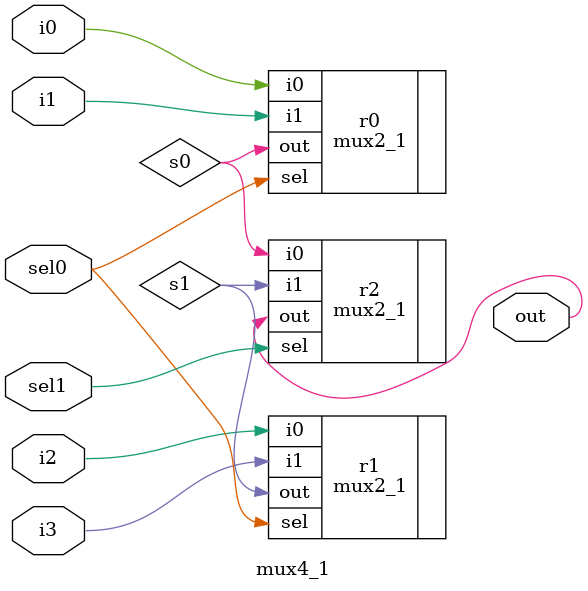
<source format=sv>
`timescale 1ps/1ps
module mux4_1(i0, i1, i2, i3, sel0, sel1, out);
	input logic i0, i1, i2, i3, sel0, sel1;
	output logic out;
	logic s0, s1;
	mux2_1 r0(.i0(i0), .i1(i1), .sel(sel0), .out(s0));
	mux2_1 r1(.i0(i2), .i1(i3), .sel(sel0), .out(s1));
	mux2_1 r2(.i0(s0), .i1(s1), .sel(sel1), .out(out));
endmodule 
</source>
